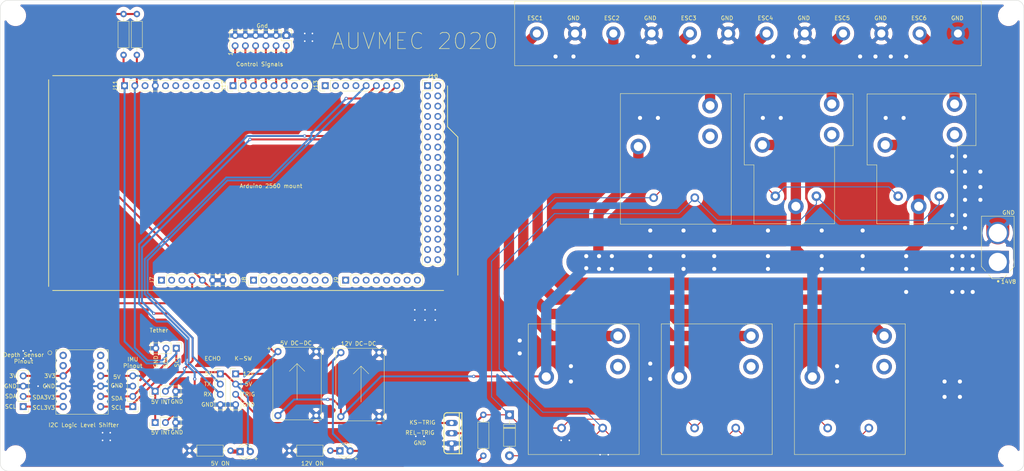
<source format=kicad_pcb>
(kicad_pcb (version 20171130) (host pcbnew "(5.1.7)-1")
  (layers (0 F.Cu signal) (31 B.Cu signal) (34 B.Paste user) (35 F.Paste user) (36 B.SilkS user) (37 F.SilkS user) (38 B.Mask user) (39 F.Mask user) (44 Edge.Cuts user))
  (net 0 "")
  (net 1 TRIG-REL)
  (net 2 GND-REL)
  (net 3 12V-REG)
  (net 4 5V-REG)
  (net 5 TRIG-KS)
  (net 6 GND)
  (net 7 PWR-ESC1)
  (net 8 PWR-ESC2)
  (net 9 PWR-ESC3)
  (net 10 PWR-ESC4)
  (net 11 PWR-ESC5)
  (net 12 PWR-ESC6)
  (net 13 SCL)
  (net 14 SDA)
  (net 15 3V3)
  (net 16 SDA-3V3)
  (net 17 SCL-3V3)
  (net 18 VCC)
  (net 19 CS1)
  (net 20 CS2)
  (net 21 CS3)
  (net 22 CS4)
  (net 23 CS5)
  (net 24 CS6)
  (net 25 "Net-(D2-Pad1)")
  (net 26 "Net-(D3-Pad1)")
  (net 27 TX_ECHO)
  (net 28 RX_ECHO)
  (net 29 INT_FLOW1)
  (net 30 INT_FLOW2)
  (module Connector_PinHeader_2.54mm:PinHeader_1x08_P2.54mm_Vertical (layer F.Cu) (at 121.285 117.729 90)
    (fp_text reference J7 (at 0 -2.33 90) (layer F.SilkS))
    (fp_text value Conn_01x08)
    (pad 8 thru_hole oval (at 0 17.78 90) (size 1.7 1.7) (drill 1) (layers *.Cu *.Mask))
    (pad 7 thru_hole oval (at 0 15.24 90) (size 1.7 1.7) (drill 1) (layers *.Cu *.Mask) (net 6 GND))
    (pad 6 thru_hole oval (at 0 12.7 90) (size 1.7 1.7) (drill 1) (layers *.Cu *.Mask) (net 6 GND))
    (pad 5 thru_hole oval (at 0 10.16 90) (size 1.7 1.7) (drill 1) (layers *.Cu *.Mask) (net 4 5V-REG))
    (pad 4 thru_hole oval (at 0 7.62 90) (size 1.7 1.7) (drill 1) (layers *.Cu *.Mask) (net 15 3V3))
    (pad 3 thru_hole oval (at 0 5.08 90) (size 1.7 1.7) (drill 1) (layers *.Cu *.Mask))
    (pad 2 thru_hole oval (at 0 2.54 90) (size 1.7 1.7) (drill 1) (layers *.Cu *.Mask))
    (pad 1 thru_hole rect (at 0 0 90) (size 1.7 1.7) (drill 1) (layers *.Cu *.Mask))
  )
  (module "AUVMEC2020:xcluma Mini360" (layer F.Cu) (at 154.94 143.383 90)
    (fp_text reference U2)
    (fp_text value Xcluma-Mini360-ADJ)
    (pad 2 thru_hole circle (at -7.94 4.75 90) (size 1.8 1.8) (drill 1) (layers *.Cu *.Mask) (net 6 GND))
    (pad 3 thru_hole circle (at 7.94 4.75 90) (size 1.8 1.8) (drill 1) (layers *.Cu *.Mask) (net 6 GND))
    (pad 4 thru_hole circle (at 7.94 -4.75 90) (size 1.8 1.8) (drill 1) (layers *.Cu *.Mask) (net 4 5V-REG))
    (pad 1 thru_hole circle (at -7.94 -4.75 90) (size 1.8 1.8) (drill 1) (layers *.Cu *.Mask) (net 18 VCC))
  )
  (module "AUVMEC2020:xcluma Mini360" (layer F.Cu) (at 170.561 143.637 90)
    (fp_text reference U1)
    (fp_text value Xcluma-Mini360-ADJ)
    (pad 2 thru_hole circle (at -7.94 4.75 90) (size 1.8 1.8) (drill 1) (layers *.Cu *.Mask) (net 6 GND))
    (pad 3 thru_hole circle (at 7.94 4.75 90) (size 1.8 1.8) (drill 1) (layers *.Cu *.Mask) (net 6 GND))
    (pad 4 thru_hole circle (at 7.94 -4.75 90) (size 1.8 1.8) (drill 1) (layers *.Cu *.Mask) (net 3 12V-REG))
    (pad 1 thru_hole circle (at -7.94 -4.75 90) (size 1.8 1.8) (drill 1) (layers *.Cu *.Mask) (net 18 VCC))
  )
  (module AUVMEC2020:I2C-LLS (layer F.Cu) (at 101.601 142.998 180)
    (fp_text reference PCB1)
    (fp_text value Logic-Level-Shifter)
    (pad 1 thru_hole circle (at -4.6 -6.1 180) (size 1.83 1.83) (drill 1.02) (layers *.Cu *.Mask) (net 13 SCL))
    (pad 2 thru_hole circle (at -4.6 -3.56 180) (size 1.83 1.83) (drill 1.02) (layers *.Cu *.Mask) (net 14 SDA))
    (pad 3 thru_hole circle (at -4.6 -1.02 180) (size 1.83 1.83) (drill 1.02) (layers *.Cu *.Mask) (net 6 GND))
    (pad 4 thru_hole circle (at -4.6 1.52 180) (size 1.83 1.83) (drill 1.02) (layers *.Cu *.Mask) (net 4 5V-REG))
    (pad 5 thru_hole circle (at -4.6 4.06 180) (size 1.83 1.83) (drill 1.02) (layers *.Cu *.Mask))
    (pad 6 thru_hole circle (at -4.6 6.6 180) (size 1.83 1.83) (drill 1.02) (layers *.Cu *.Mask))
    (pad 10 thru_hole circle (at 4.7 -1.02 180) (size 1.83 1.83) (drill 1.02) (layers *.Cu *.Mask) (net 6 GND))
    (pad 12 thru_hole circle (at 4.7 -6.1 180) (size 1.83 1.83) (drill 1.02) (layers *.Cu *.Mask) (net 17 SCL-3V3))
    (pad 11 thru_hole circle (at 4.7 -3.56 180) (size 1.83 1.83) (drill 1.02) (layers *.Cu *.Mask) (net 16 SDA-3V3))
    (pad 8 thru_hole circle (at 4.7 4.06 180) (size 1.83 1.83) (drill 1.02) (layers *.Cu *.Mask))
    (pad 7 thru_hole circle (at 4.7 6.6 180) (size 1.83 1.83) (drill 1.02) (layers *.Cu *.Mask))
    (pad 9 thru_hole circle (at 4.7 1.52 180) (size 1.83 1.83) (drill 1.02) (layers *.Cu *.Mask) (net 15 3V3))
  )
  (module "AUVMEC2020:JQX-15F(T90)" (layer F.Cu) (at 309.88 87.63)
    (fp_text reference K6)
    (fp_text value "JQX-15F(T90)")
    (pad 5 thru_hole circle (at -5.8 9.25) (size 2.375 2.375) (drill 1.25) (layers *.Cu *.Mask) (net 1 TRIG-REL))
    (pad 4 thru_hole circle (at 4.4 9.25) (size 2.375 2.375) (drill 1.25) (layers *.Cu *.Mask) (net 2 GND-REL))
    (pad 3 thru_hole circle (at -0.7 11.78) (size 3.875 3.875) (drill 2.25) (layers *.Cu *.Mask) (net 18 VCC))
    (pad 3 thru_hole circle (at -9 -3.46) (size 3.875 3.875) (drill 2.25) (layers *.Cu *.Mask) (net 18 VCC))
    (pad 2 thru_hole circle (at 8.2 -6) (size 3.875 3.875) (drill 2.25) (layers *.Cu *.Mask))
    (pad 1 thru_hole circle (at 8.2 -13.6) (size 3.875 3.875) (drill 2.25) (layers *.Cu *.Mask) (net 12 PWR-ESC6))
  )
  (module "AUVMEC2020:JQX-16F(T91)" (layer F.Cu) (at 292.1 144.78)
    (fp_text reference K2)
    (fp_text value "JQX-16F(T91)")
    (pad 5 thru_hole circle (at -5.5 9.64) (size 2.15 2.15) (drill 1.25) (layers *.Cu *.Mask) (net 1 TRIG-REL))
    (pad 4 thru_hole circle (at 4.7 9.64) (size 2.15 2.15) (drill 1.25) (layers *.Cu *.Mask) (net 2 GND-REL))
    (pad 3 thru_hole circle (at -9.3 -3.06) (size 3.875 3.875) (drill 2.25) (layers *.Cu *.Mask) (net 18 VCC))
    (pad 2 thru_hole circle (at 8.5 -5.6) (size 3.875 3.875) (drill 2.25) (layers *.Cu *.Mask))
    (pad 1 thru_hole circle (at 8.5 -13.2) (size 3.875 3.875) (drill 2.25) (layers *.Cu *.Mask) (net 9 PWR-ESC3))
  )
  (module AUVMEC2020:12PIN_CONN (layer F.Cu) (at 208.915 56.515)
    (fp_text reference J2)
    (fp_text value Conn_01x12)
    (pad 12 thru_hole circle (at 110 0) (size 3.5 3.5) (drill 2) (layers *.Cu *.Mask) (net 6 GND))
    (pad 11 thru_hole circle (at 100.5 0) (size 3.5 3.5) (drill 2) (layers *.Cu *.Mask) (net 12 PWR-ESC6))
    (pad 10 thru_hole circle (at 91 0) (size 3.5 3.5) (drill 2) (layers *.Cu *.Mask) (net 6 GND))
    (pad 9 thru_hole circle (at 81.5 0) (size 3.5 3.5) (drill 2) (layers *.Cu *.Mask) (net 11 PWR-ESC5))
    (pad 8 thru_hole circle (at 72 0) (size 3.5 3.5) (drill 2) (layers *.Cu *.Mask) (net 6 GND))
    (pad 7 thru_hole circle (at 62.5 0) (size 3.5 3.5) (drill 2) (layers *.Cu *.Mask) (net 10 PWR-ESC4))
    (pad 6 thru_hole circle (at 53 0) (size 3.5 3.5) (drill 2) (layers *.Cu *.Mask) (net 6 GND))
    (pad 5 thru_hole circle (at 43.5 0) (size 3.5 3.5) (drill 2) (layers *.Cu *.Mask) (net 9 PWR-ESC3))
    (pad 4 thru_hole circle (at 34 0) (size 3.5 3.5) (drill 2) (layers *.Cu *.Mask) (net 6 GND))
    (pad 3 thru_hole circle (at 24.5 0) (size 3.5 3.5) (drill 2) (layers *.Cu *.Mask) (net 8 PWR-ESC2))
    (pad 2 thru_hole circle (at 15 0) (size 3.5 3.5) (drill 2) (layers *.Cu *.Mask) (net 6 GND))
    (pad 1 thru_hole circle (at 5.5 0) (size 3.5 3.5) (drill 2) (layers *.Cu *.Mask) (net 7 PWR-ESC1))
  )
  (module Resistor_THT:R_Axial_DIN0207_L6.3mm_D2.5mm_P10.16mm_Horizontal (layer F.Cu) (at 153.035 160.02)
    (fp_text reference R5)
    (fp_text value 1K)
    (pad 2 thru_hole oval (at 10.16 0) (size 1.6 1.6) (drill 0.8) (layers *.Cu *.Mask) (net 26 "Net-(D3-Pad1)"))
    (pad 1 thru_hole circle (at 0 0) (size 1.6 1.6) (drill 0.8) (layers *.Cu *.Mask) (net 6 GND))
  )
  (module Resistor_THT:R_Axial_DIN0207_L6.3mm_D2.5mm_P10.16mm_Horizontal (layer F.Cu) (at 128.27 160.02)
    (fp_text reference R4)
    (fp_text value 1K)
    (pad 2 thru_hole oval (at 10.16 0) (size 1.6 1.6) (drill 0.8) (layers *.Cu *.Mask) (net 25 "Net-(D2-Pad1)"))
    (pad 1 thru_hole circle (at 0 0) (size 1.6 1.6) (drill 0.8) (layers *.Cu *.Mask) (net 6 GND))
  )
  (module Connector_PinHeader_2.54mm:PinHeader_1x04_P2.54mm_Vertical (layer F.Cu) (at 135.89 140.97)
    (fp_text reference J17)
    (fp_text value Conn_01x04)
    (pad 4 thru_hole oval (at 0 7.62) (size 1.7 1.7) (drill 1) (layers *.Cu *.Mask) (net 6 GND))
    (pad 3 thru_hole oval (at 0 5.08) (size 1.7 1.7) (drill 1) (layers *.Cu *.Mask) (net 28 RX_ECHO))
    (pad 2 thru_hole oval (at 0 2.54) (size 1.7 1.7) (drill 1) (layers *.Cu *.Mask) (net 27 TX_ECHO))
    (pad 1 thru_hole rect (at 0 0) (size 1.7 1.7) (drill 1) (layers *.Cu *.Mask) (net 4 5V-REG))
  )
  (module Connector_PinHeader_2.54mm:PinHeader_1x03_P2.54mm_Vertical (layer F.Cu) (at 119.7356 145.288 90)
    (fp_text reference J16)
    (fp_text value Conn_01x03)
    (pad 3 thru_hole oval (at 0 5.08 90) (size 1.7 1.7) (drill 1) (layers *.Cu *.Mask) (net 6 GND))
    (pad 2 thru_hole oval (at 0 2.54 90) (size 1.7 1.7) (drill 1) (layers *.Cu *.Mask) (net 30 INT_FLOW2))
    (pad 1 thru_hole rect (at 0 0 90) (size 1.7 1.7) (drill 1) (layers *.Cu *.Mask) (net 4 5V-REG))
  )
  (module Connector_PinHeader_2.54mm:PinHeader_1x03_P2.54mm_Vertical (layer F.Cu) (at 119.7356 153.0604 90)
    (fp_text reference J15)
    (fp_text value Conn_01x03)
    (pad 3 thru_hole oval (at 0 5.08 90) (size 1.7 1.7) (drill 1) (layers *.Cu *.Mask) (net 6 GND))
    (pad 2 thru_hole oval (at 0 2.54 90) (size 1.7 1.7) (drill 1) (layers *.Cu *.Mask) (net 29 INT_FLOW1))
    (pad 1 thru_hole rect (at 0 0 90) (size 1.7 1.7) (drill 1) (layers *.Cu *.Mask) (net 4 5V-REG))
  )
  (module Connector_PinHeader_2.54mm:PinHeader_1x03_P2.54mm_Vertical (layer F.Cu) (at 124.968 134.62 270)
    (fp_text reference J14)
    (fp_text value Conn_01x03)
    (pad 3 thru_hole oval (at 0 5.08 270) (size 1.7 1.7) (drill 1) (layers *.Cu *.Mask) (net 6 GND))
    (pad 2 thru_hole oval (at 0 2.54 270) (size 1.7 1.7) (drill 1) (layers *.Cu *.Mask) (net 14 SDA))
    (pad 1 thru_hole rect (at 0 0 270) (size 1.7 1.7) (drill 1) (layers *.Cu *.Mask) (net 13 SCL))
  )
  (module LED_THT:LED_D3.0mm (layer F.Cu) (at 165.566001 160.084001)
    (fp_text reference D3)
    (fp_text value LED)
    (pad 2 thru_hole circle (at 2.54 0) (size 1.8 1.8) (drill 0.9) (layers *.Cu *.Mask) (net 3 12V-REG))
    (pad 1 thru_hole rect (at 0 0) (size 1.8 1.8) (drill 0.9) (layers *.Cu *.Mask) (net 26 "Net-(D3-Pad1)"))
  )
  (module LED_THT:LED_D3.0mm (layer F.Cu) (at 140.801001 160.249001)
    (fp_text reference D2)
    (fp_text value LED)
    (pad 2 thru_hole circle (at 2.54 0) (size 1.8 1.8) (drill 0.9) (layers *.Cu *.Mask) (net 4 5V-REG))
    (pad 1 thru_hole rect (at 0 0) (size 1.8 1.8) (drill 0.9) (layers *.Cu *.Mask) (net 25 "Net-(D2-Pad1)"))
  )
  (module MountingHole:MountingHole_3.2mm_M3 (layer F.Cu) (at 331.47 161.29)
    (fp_text reference H4)
    (fp_text value MountingHole)
    (pad 1 np_thru_hole circle (at 0 0) (size 3.2 3.2) (drill 3.2) (layers *.Cu *.Mask))
  )
  (module MountingHole:MountingHole_3.2mm_M3 (layer F.Cu) (at 331.47 52.07)
    (fp_text reference H3)
    (fp_text value MountingHole)
    (pad 1 np_thru_hole circle (at 0 0) (size 3.2 3.2) (drill 3.2) (layers *.Cu *.Mask))
  )
  (module MountingHole:MountingHole_3.2mm_M3 (layer F.Cu) (at 85.09 161.29)
    (fp_text reference H2)
    (fp_text value MountingHole)
    (pad 1 np_thru_hole circle (at 0 0) (size 3.2 3.2) (drill 3.2) (layers *.Cu *.Mask))
  )
  (module MountingHole:MountingHole_3.2mm_M3 (layer F.Cu) (at 85.09 52.07)
    (fp_text reference H1)
    (fp_text value MountingHole)
    (pad 1 np_thru_hole circle (at 0 0) (size 3.2 3.2) (drill 3.2) (layers *.Cu *.Mask))
  )
  (module Diode_THT:D_DO-41_SOD81_P10.16mm_Horizontal (layer F.Cu) (at 207.645 151.13 270)
    (fp_text reference D1)
    (fp_text value 1N4007)
    (pad 2 thru_hole oval (at 10.16 0 270) (size 2.2 2.2) (drill 1.1) (layers *.Cu *.Mask) (net 2 GND-REL))
    (pad 1 thru_hole rect (at 0 0 270) (size 2.2 2.2) (drill 1.1) (layers *.Cu *.Mask) (net 1 TRIG-REL))
  )
  (module Connector_PinHeader_2.54mm:PinHeader_1x04_P2.54mm_Vertical (layer F.Cu) (at 139.7 140.97)
    (fp_text reference J1)
    (fp_text value Conn_01x04)
    (pad 4 thru_hole oval (at 0 7.62) (size 1.7 1.7) (drill 1) (layers *.Cu *.Mask) (net 6 GND))
    (pad 3 thru_hole oval (at 0 5.08) (size 1.7 1.7) (drill 1) (layers *.Cu *.Mask) (net 5 TRIG-KS))
    (pad 2 thru_hole oval (at 0 2.54) (size 1.7 1.7) (drill 1) (layers *.Cu *.Mask) (net 4 5V-REG))
    (pad 1 thru_hole rect (at 0 0) (size 1.7 1.7) (drill 1) (layers *.Cu *.Mask) (net 3 12V-REG))
  )
  (module "AUVMEC2020:JQX-16F(T91)" (layer F.Cu) (at 259.08 144.78)
    (fp_text reference K4)
    (fp_text value "JQX-16F(T91)")
    (pad 5 thru_hole circle (at -5.5 9.64) (size 2.15 2.15) (drill 1.25) (layers *.Cu *.Mask) (net 1 TRIG-REL))
    (pad 4 thru_hole circle (at 4.7 9.64) (size 2.15 2.15) (drill 1.25) (layers *.Cu *.Mask) (net 2 GND-REL))
    (pad 3 thru_hole circle (at -9.3 -3.06) (size 3.875 3.875) (drill 2.25) (layers *.Cu *.Mask) (net 18 VCC))
    (pad 2 thru_hole circle (at 8.5 -5.6) (size 3.875 3.875) (drill 2.25) (layers *.Cu *.Mask))
    (pad 1 thru_hole circle (at 8.5 -13.2) (size 3.875 3.875) (drill 2.25) (layers *.Cu *.Mask) (net 8 PWR-ESC2))
  )
  (module "AUVMEC2020:JQX-16F(T91)" (layer F.Cu) (at 248.92 87.63)
    (fp_text reference K5)
    (fp_text value "JQX-16F(T91)")
    (pad 5 thru_hole circle (at -5.5 9.64) (size 2.15 2.15) (drill 1.25) (layers *.Cu *.Mask) (net 1 TRIG-REL))
    (pad 4 thru_hole circle (at 4.7 9.64) (size 2.15 2.15) (drill 1.25) (layers *.Cu *.Mask) (net 2 GND-REL))
    (pad 3 thru_hole circle (at -9.3 -3.06) (size 3.875 3.875) (drill 2.25) (layers *.Cu *.Mask) (net 18 VCC))
    (pad 2 thru_hole circle (at 8.5 -5.6) (size 3.875 3.875) (drill 2.25) (layers *.Cu *.Mask))
    (pad 1 thru_hole circle (at 8.5 -13.2) (size 3.875 3.875) (drill 2.25) (layers *.Cu *.Mask) (net 10 PWR-ESC4))
  )
  (module "AUVMEC2020:JQX-15F(T90)" (layer F.Cu) (at 279.4 87.63)
    (fp_text reference K3)
    (fp_text value "JQX-15F(T90)")
    (pad 5 thru_hole circle (at -5.8 9.25) (size 2.375 2.375) (drill 1.25) (layers *.Cu *.Mask) (net 1 TRIG-REL))
    (pad 4 thru_hole circle (at 4.4 9.25) (size 2.375 2.375) (drill 1.25) (layers *.Cu *.Mask) (net 2 GND-REL))
    (pad 3 thru_hole circle (at -0.7 11.78) (size 3.875 3.875) (drill 2.25) (layers *.Cu *.Mask) (net 18 VCC))
    (pad 3 thru_hole circle (at -9 -3.46) (size 3.875 3.875) (drill 2.25) (layers *.Cu *.Mask) (net 18 VCC))
    (pad 2 thru_hole circle (at 8.2 -6) (size 3.875 3.875) (drill 2.25) (layers *.Cu *.Mask))
    (pad 1 thru_hole circle (at 8.2 -13.6) (size 3.875 3.875) (drill 2.25) (layers *.Cu *.Mask) (net 11 PWR-ESC5))
  )
  (module "AUVMEC2020:JQX-16F(T91)" (layer F.Cu) (at 226.06 144.78)
    (fp_text reference K1)
    (fp_text value "JQX-16F(T91)")
    (pad 5 thru_hole circle (at -5.5 9.64) (size 2.15 2.15) (drill 1.25) (layers *.Cu *.Mask) (net 1 TRIG-REL))
    (pad 4 thru_hole circle (at 4.7 9.64) (size 2.15 2.15) (drill 1.25) (layers *.Cu *.Mask) (net 2 GND-REL))
    (pad 3 thru_hole circle (at -9.3 -3.06) (size 3.875 3.875) (drill 2.25) (layers *.Cu *.Mask) (net 18 VCC))
    (pad 2 thru_hole circle (at 8.5 -5.6) (size 3.875 3.875) (drill 2.25) (layers *.Cu *.Mask))
    (pad 1 thru_hole circle (at 8.5 -13.2) (size 3.875 3.875) (drill 2.25) (layers *.Cu *.Mask) (net 7 PWR-ESC1))
  )
  (module Connector_PinHeader_2.54mm:PinHeader_1x04_P2.54mm_Vertical (layer F.Cu) (at 114.173 149.098 180)
    (fp_text reference J3)
    (fp_text value Conn_01x04)
    (pad 1 thru_hole rect (at 0 0 180) (size 1.7 1.7) (drill 1) (layers *.Cu *.Mask) (net 13 SCL))
    (pad 2 thru_hole oval (at 0 2.54 180) (size 1.7 1.7) (drill 1) (layers *.Cu *.Mask) (net 14 SDA))
    (pad 3 thru_hole oval (at 0 5.08 180) (size 1.7 1.7) (drill 1) (layers *.Cu *.Mask) (net 6 GND))
    (pad 4 thru_hole oval (at 0 7.62 180) (size 1.7 1.7) (drill 1) (layers *.Cu *.Mask) (net 4 5V-REG))
  )
  (module Connector_PinHeader_2.54mm:PinHeader_1x04_P2.54mm_Vertical (layer F.Cu) (at 86.995 149.098 180)
    (fp_text reference J4)
    (fp_text value Conn_01x04)
    (pad 4 thru_hole oval (at 0 7.62 180) (size 1.7 1.7) (drill 1) (layers *.Cu *.Mask) (net 15 3V3))
    (pad 3 thru_hole oval (at 0 5.08 180) (size 1.7 1.7) (drill 1) (layers *.Cu *.Mask) (net 6 GND))
    (pad 2 thru_hole oval (at 0 2.54 180) (size 1.7 1.7) (drill 1) (layers *.Cu *.Mask) (net 16 SDA-3V3))
    (pad 1 thru_hole rect (at 0 0 180) (size 1.7 1.7) (drill 1) (layers *.Cu *.Mask) (net 17 SCL-3V3))
  )
  (module AUVMEC2020:AMASS_XT60-M (layer F.Cu) (at 328.803 109.601 90)
    (fp_text reference J5)
    (fp_text value XT-60)
    (pad 1 thru_hole rect (at -3.6 0 90) (size 5.516 5.516) (drill 4.5) (layers *.Cu *.Mask) (net 18 VCC))
    (pad 2 thru_hole circle (at 3.6 0 90) (size 5.516 5.516) (drill 4.5) (layers *.Cu *.Mask) (net 6 GND))
  )
  (module Connector_PinHeader_2.54mm:PinHeader_2x06_P2.54mm_Vertical (layer F.Cu) (at 152.273 57.023 270)
    (fp_text reference J6)
    (fp_text value Conn_02x06_Counter_Clockwise)
    (pad 1 thru_hole rect (at 0 0 270) (size 1.7 1.7) (drill 1) (layers *.Cu *.Mask) (net 6 GND))
    (pad 2 thru_hole oval (at 2.54 0 270) (size 1.7 1.7) (drill 1) (layers *.Cu *.Mask) (net 19 CS1))
    (pad 3 thru_hole oval (at 0 2.54 270) (size 1.7 1.7) (drill 1) (layers *.Cu *.Mask) (net 6 GND))
    (pad 4 thru_hole oval (at 2.54 2.54 270) (size 1.7 1.7) (drill 1) (layers *.Cu *.Mask) (net 20 CS2))
    (pad 5 thru_hole oval (at 0 5.08 270) (size 1.7 1.7) (drill 1) (layers *.Cu *.Mask) (net 6 GND))
    (pad 6 thru_hole oval (at 2.54 5.08 270) (size 1.7 1.7) (drill 1) (layers *.Cu *.Mask) (net 21 CS3))
    (pad 7 thru_hole oval (at 0 7.62 270) (size 1.7 1.7) (drill 1) (layers *.Cu *.Mask) (net 6 GND))
    (pad 8 thru_hole oval (at 2.54 7.62 270) (size 1.7 1.7) (drill 1) (layers *.Cu *.Mask) (net 22 CS4))
    (pad 9 thru_hole oval (at 0 10.16 270) (size 1.7 1.7) (drill 1) (layers *.Cu *.Mask) (net 6 GND))
    (pad 10 thru_hole oval (at 2.54 10.16 270) (size 1.7 1.7) (drill 1) (layers *.Cu *.Mask) (net 23 CS5))
    (pad 11 thru_hole oval (at 0 12.7 270) (size 1.7 1.7) (drill 1) (layers *.Cu *.Mask) (net 6 GND))
    (pad 12 thru_hole oval (at 2.54 12.7 270) (size 1.7 1.7) (drill 1) (layers *.Cu *.Mask) (net 24 CS6))
  )
  (module Connector_PinHeader_2.54mm:PinHeader_1x08_P2.54mm_Vertical (layer F.Cu) (at 144.145 117.729 90)
    (fp_text reference J8 (at 0 -2.33 90) (layer F.SilkS))
    (fp_text value Conn_01x08)
    (pad 1 thru_hole rect (at 0 0 90) (size 1.7 1.7) (drill 1) (layers *.Cu *.Mask))
    (pad 2 thru_hole oval (at 0 2.54 90) (size 1.7 1.7) (drill 1) (layers *.Cu *.Mask))
    (pad 3 thru_hole oval (at 0 5.08 90) (size 1.7 1.7) (drill 1) (layers *.Cu *.Mask))
    (pad 4 thru_hole oval (at 0 7.62 90) (size 1.7 1.7) (drill 1) (layers *.Cu *.Mask))
    (pad 5 thru_hole oval (at 0 10.16 90) (size 1.7 1.7) (drill 1) (layers *.Cu *.Mask))
    (pad 6 thru_hole oval (at 0 12.7 90) (size 1.7 1.7) (drill 1) (layers *.Cu *.Mask))
    (pad 7 thru_hole oval (at 0 15.24 90) (size 1.7 1.7) (drill 1) (layers *.Cu *.Mask))
    (pad 8 thru_hole oval (at 0 17.78 90) (size 1.7 1.7) (drill 1) (layers *.Cu *.Mask))
  )
  (module Connector_PinHeader_2.54mm:PinHeader_1x08_P2.54mm_Vertical (layer F.Cu) (at 167.005 117.729 90)
    (fp_text reference J9 (at 0 -2.33 90) (layer F.SilkS))
    (fp_text value Conn_01x08)
    (pad 8 thru_hole oval (at 0 17.78 90) (size 1.7 1.7) (drill 1) (layers *.Cu *.Mask))
    (pad 7 thru_hole oval (at 0 15.24 90) (size 1.7 1.7) (drill 1) (layers *.Cu *.Mask))
    (pad 6 thru_hole oval (at 0 12.7 90) (size 1.7 1.7) (drill 1) (layers *.Cu *.Mask))
    (pad 5 thru_hole oval (at 0 10.16 90) (size 1.7 1.7) (drill 1) (layers *.Cu *.Mask))
    (pad 4 thru_hole oval (at 0 7.62 90) (size 1.7 1.7) (drill 1) (layers *.Cu *.Mask))
    (pad 3 thru_hole oval (at 0 5.08 90) (size 1.7 1.7) (drill 1) (layers *.Cu *.Mask))
    (pad 2 thru_hole oval (at 0 2.54 90) (size 1.7 1.7) (drill 1) (layers *.Cu *.Mask))
    (pad 1 thru_hole rect (at 0 0 90) (size 1.7 1.7) (drill 1) (layers *.Cu *.Mask))
  )
  (module Connector_PinHeader_2.54mm:PinHeader_2x18_P2.54mm_Vertical (layer F.Cu) (at 187.325 69.469)
    (fp_text reference J10 (at 1.27 -2.33) (layer F.SilkS))
    (fp_text value Conn_02x18_Counter_Clockwise)
    (pad 1 thru_hole rect (at 0 0) (size 1.7 1.7) (drill 1) (layers *.Cu *.Mask))
    (pad 2 thru_hole oval (at 2.54 0) (size 1.7 1.7) (drill 1) (layers *.Cu *.Mask))
    (pad 3 thru_hole oval (at 0 2.54) (size 1.7 1.7) (drill 1) (layers *.Cu *.Mask))
    (pad 4 thru_hole oval (at 2.54 2.54) (size 1.7 1.7) (drill 1) (layers *.Cu *.Mask))
    (pad 5 thru_hole oval (at 0 5.08) (size 1.7 1.7) (drill 1) (layers *.Cu *.Mask))
    (pad 6 thru_hole oval (at 2.54 5.08) (size 1.7 1.7) (drill 1) (layers *.Cu *.Mask))
    (pad 7 thru_hole oval (at 0 7.62) (size 1.7 1.7) (drill 1) (layers *.Cu *.Mask))
    (pad 8 thru_hole oval (at 2.54 7.62) (size 1.7 1.7) (drill 1) (layers *.Cu *.Mask))
    (pad 9 thru_hole oval (at 0 10.16) (size 1.7 1.7) (drill 1) (layers *.Cu *.Mask))
    (pad 10 thru_hole oval (at 2.54 10.16) (size 1.7 1.7) (drill 1) (layers *.Cu *.Mask))
    (pad 11 thru_hole oval (at 0 12.7) (size 1.7 1.7) (drill 1) (layers *.Cu *.Mask))
    (pad 12 thru_hole oval (at 2.54 12.7) (size 1.7 1.7) (drill 1) (layers *.Cu *.Mask))
    (pad 13 thru_hole oval (at 0 15.24) (size 1.7 1.7) (drill 1) (layers *.Cu *.Mask))
    (pad 14 thru_hole oval (at 2.54 15.24) (size 1.7 1.7) (drill 1) (layers *.Cu *.Mask))
    (pad 15 thru_hole oval (at 0 17.78) (size 1.7 1.7) (drill 1) (layers *.Cu *.Mask))
    (pad 16 thru_hole oval (at 2.54 17.78) (size 1.7 1.7) (drill 1) (layers *.Cu *.Mask))
    (pad 17 thru_hole oval (at 0 20.32) (size 1.7 1.7) (drill 1) (layers *.Cu *.Mask))
    (pad 18 thru_hole oval (at 2.54 20.32) (size 1.7 1.7) (drill 1) (layers *.Cu *.Mask))
    (pad 19 thru_hole oval (at 0 22.86) (size 1.7 1.7) (drill 1) (layers *.Cu *.Mask))
    (pad 20 thru_hole oval (at 2.54 22.86) (size 1.7 1.7) (drill 1) (layers *.Cu *.Mask))
    (pad 21 thru_hole oval (at 0 25.4) (size 1.7 1.7) (drill 1) (layers *.Cu *.Mask))
    (pad 22 thru_hole oval (at 2.54 25.4) (size 1.7 1.7) (drill 1) (layers *.Cu *.Mask))
    (pad 23 thru_hole oval (at 0 27.94) (size 1.7 1.7) (drill 1) (layers *.Cu *.Mask))
    (pad 24 thru_hole oval (at 2.54 27.94) (size 1.7 1.7) (drill 1) (layers *.Cu *.Mask))
    (pad 25 thru_hole oval (at 0 30.48) (size 1.7 1.7) (drill 1) (layers *.Cu *.Mask))
    (pad 26 thru_hole oval (at 2.54 30.48) (size 1.7 1.7) (drill 1) (layers *.Cu *.Mask))
    (pad 27 thru_hole oval (at 0 33.02) (size 1.7 1.7) (drill 1) (layers *.Cu *.Mask))
    (pad 28 thru_hole oval (at 2.54 33.02) (size 1.7 1.7) (drill 1) (layers *.Cu *.Mask))
    (pad 29 thru_hole oval (at 0 35.56) (size 1.7 1.7) (drill 1) (layers *.Cu *.Mask))
    (pad 30 thru_hole oval (at 2.54 35.56) (size 1.7 1.7) (drill 1) (layers *.Cu *.Mask))
    (pad 31 thru_hole oval (at 0 38.1) (size 1.7 1.7) (drill 1) (layers *.Cu *.Mask))
    (pad 32 thru_hole oval (at 2.54 38.1) (size 1.7 1.7) (drill 1) (layers *.Cu *.Mask))
    (pad 33 thru_hole oval (at 0 40.64) (size 1.7 1.7) (drill 1) (layers *.Cu *.Mask))
    (pad 34 thru_hole oval (at 2.54 40.64) (size 1.7 1.7) (drill 1) (layers *.Cu *.Mask))
    (pad 35 thru_hole oval (at 0 43.18) (size 1.7 1.7) (drill 1) (layers *.Cu *.Mask))
    (pad 36 thru_hole oval (at 2.54 43.18) (size 1.7 1.7) (drill 1) (layers *.Cu *.Mask))
  )
  (module Connector_PinHeader_2.54mm:PinHeader_1x10_P2.54mm_Vertical (layer F.Cu) (at 112.141 69.469 90)
    (fp_text reference J11 (at 0 -2.33 90) (layer F.SilkS))
    (fp_text value Conn_01x10)
    (pad 10 thru_hole oval (at 0 22.86 90) (size 1.7 1.7) (drill 1) (layers *.Cu *.Mask))
    (pad 9 thru_hole oval (at 0 20.32 90) (size 1.7 1.7) (drill 1) (layers *.Cu *.Mask))
    (pad 8 thru_hole oval (at 0 17.78 90) (size 1.7 1.7) (drill 1) (layers *.Cu *.Mask))
    (pad 7 thru_hole oval (at 0 15.24 90) (size 1.7 1.7) (drill 1) (layers *.Cu *.Mask))
    (pad 6 thru_hole oval (at 0 12.7 90) (size 1.7 1.7) (drill 1) (layers *.Cu *.Mask))
    (pad 5 thru_hole oval (at 0 10.16 90) (size 1.7 1.7) (drill 1) (layers *.Cu *.Mask))
    (pad 4 thru_hole oval (at 0 7.62 90) (size 1.7 1.7) (drill 1) (layers *.Cu *.Mask) (net 6 GND))
    (pad 3 thru_hole oval (at 0 5.08 90) (size 1.7 1.7) (drill 1) (layers *.Cu *.Mask))
    (pad 2 thru_hole oval (at 0 2.54 90) (size 1.7 1.7) (drill 1) (layers *.Cu *.Mask) (net 14 SDA))
    (pad 1 thru_hole rect (at 0 0 90) (size 1.7 1.7) (drill 1) (layers *.Cu *.Mask) (net 13 SCL))
  )
  (module Connector_PinHeader_2.54mm:PinHeader_1x08_P2.54mm_Vertical (layer F.Cu) (at 139.065 69.469 90)
    (fp_text reference J12 (at 0 -2.33 90) (layer F.SilkS))
    (fp_text value Conn_01x08)
    (pad 1 thru_hole rect (at 0 0 90) (size 1.7 1.7) (drill 1) (layers *.Cu *.Mask) (net 24 CS6))
    (pad 2 thru_hole oval (at 0 2.54 90) (size 1.7 1.7) (drill 1) (layers *.Cu *.Mask) (net 23 CS5))
    (pad 3 thru_hole oval (at 0 5.08 90) (size 1.7 1.7) (drill 1) (layers *.Cu *.Mask) (net 22 CS4))
    (pad 4 thru_hole oval (at 0 7.62 90) (size 1.7 1.7) (drill 1) (layers *.Cu *.Mask) (net 21 CS3))
    (pad 5 thru_hole oval (at 0 10.16 90) (size 1.7 1.7) (drill 1) (layers *.Cu *.Mask) (net 20 CS2))
    (pad 6 thru_hole oval (at 0 12.7 90) (size 1.7 1.7) (drill 1) (layers *.Cu *.Mask) (net 19 CS1))
    (pad 7 thru_hole oval (at 0 15.24 90) (size 1.7 1.7) (drill 1) (layers *.Cu *.Mask))
    (pad 8 thru_hole oval (at 0 17.78 90) (size 1.7 1.7) (drill 1) (layers *.Cu *.Mask))
  )
  (module Connector_PinHeader_2.54mm:PinHeader_1x08_P2.54mm_Vertical (layer F.Cu) (at 161.925 69.469 90)
    (fp_text reference J13 (at 0 -2.33 90) (layer F.SilkS))
    (fp_text value Conn_01x08)
    (pad 8 thru_hole oval (at 0 17.78 90) (size 1.7 1.7) (drill 1) (layers *.Cu *.Mask) (net 30 INT_FLOW2))
    (pad 7 thru_hole oval (at 0 15.24 90) (size 1.7 1.7) (drill 1) (layers *.Cu *.Mask) (net 29 INT_FLOW1))
    (pad 6 thru_hole oval (at 0 12.7 90) (size 1.7 1.7) (drill 1) (layers *.Cu *.Mask) (net 28 RX_ECHO))
    (pad 5 thru_hole oval (at 0 10.16 90) (size 1.7 1.7) (drill 1) (layers *.Cu *.Mask) (net 27 TX_ECHO))
    (pad 4 thru_hole oval (at 0 7.62 90) (size 1.7 1.7) (drill 1) (layers *.Cu *.Mask))
    (pad 3 thru_hole oval (at 0 5.08 90) (size 1.7 1.7) (drill 1) (layers *.Cu *.Mask))
    (pad 2 thru_hole oval (at 0 2.54 90) (size 1.7 1.7) (drill 1) (layers *.Cu *.Mask))
    (pad 1 thru_hole rect (at 0 0 90) (size 1.7 1.7) (drill 1) (layers *.Cu *.Mask))
  )
  (module Resistor_THT:R_Axial_DIN0207_L6.3mm_D2.5mm_P10.16mm_Horizontal (layer F.Cu) (at 201.168 161.29 90)
    (fp_text reference R1)
    (fp_text value 10K)
    (pad 2 thru_hole oval (at 10.16 0 90) (size 1.6 1.6) (drill 0.8) (layers *.Cu *.Mask) (net 1 TRIG-REL))
    (pad 1 thru_hole circle (at 0 0 90) (size 1.6 1.6) (drill 0.8) (layers *.Cu *.Mask) (net 3 12V-REG))
  )
  (module Resistor_THT:R_Axial_DIN0207_L6.3mm_D2.5mm_P10.16mm_Horizontal (layer F.Cu) (at 111.887 51.689 270)
    (fp_text reference R2)
    (fp_text value 4K7)
    (pad 1 thru_hole circle (at 0 0 270) (size 1.6 1.6) (drill 0.8) (layers *.Cu *.Mask) (net 4 5V-REG))
    (pad 2 thru_hole oval (at 10.16 0 270) (size 1.6 1.6) (drill 0.8) (layers *.Cu *.Mask) (net 13 SCL))
  )
  (module Resistor_THT:R_Axial_DIN0207_L6.3mm_D2.5mm_P10.16mm_Horizontal (layer F.Cu) (at 115.189 51.689 270)
    (fp_text reference R3)
    (fp_text value 4K7)
    (pad 1 thru_hole circle (at 0 0 270) (size 1.6 1.6) (drill 0.8) (layers *.Cu *.Mask) (net 4 5V-REG))
    (pad 2 thru_hole oval (at 10.16 0 270) (size 1.6 1.6) (drill 0.8) (layers *.Cu *.Mask) (net 14 SDA))
  )
  (module AUVMEC2020:TO-220 (layer F.Cu) (at 193.294 155.702 270)
    (fp_text reference U3)
    (fp_text value IRFZ44)
    (pad 3 thru_hole oval (at 2.54 0 270) (size 1.508 3.016) (drill 1) (layers *.Cu *.Mask) (net 6 GND))
    (pad 2 thru_hole oval (at 0 0 270) (size 1.508 3.016) (drill 1) (layers *.Cu *.Mask) (net 1 TRIG-REL))
    (pad 1 thru_hole oval (at -2.54 0 270) (size 1.508 3.016) (drill 1) (layers *.Cu *.Mask) (net 5 TRIG-KS))
  )
  (gr_text "Arduino 2560 mount" (at 148.463 94.361) (layer F.SilkS) (effects (font (size 1 1))))
  (gr_text "AUVMEC 2020" (at 184.15 58.42) (layer F.SilkS) (effects (font (size 4 4))))
  (gr_text "12V ON" (at 158.75 163.195) (layer F.SilkS) (effects (font (size 1 1))))
  (gr_text "5V ON" (at 135.89 163.195) (layer F.SilkS) (effects (font (size 1 1))))
  (gr_text ECHO (at 133.985 137.16) (layer F.SilkS) (effects (font (size 1 1))))
  (gr_text K-SW (at 141.605 137.16) (layer F.SilkS) (effects (font (size 1 1))))
  (gr_text GND (at 185.42 158.115) (layer F.SilkS) (effects (font (size 1 1))))
  (gr_text REL-TRIG (at 185.42 155.575) (layer F.SilkS) (effects (font (size 1 1))))
  (gr_text KS-TRIG (at 186.055 153.035) (layer F.SilkS) (effects (font (size 1 1))))
  (gr_text + (at 163.83 134.62) (layer F.SilkS) (effects (font (size 1 1))))
  (gr_text + (at 147.955 134.62) (layer F.SilkS) (effects (font (size 1 1))))
  (gr_text + (at 169.545 161.925) (layer F.SilkS) (effects (font (size 1 1))))
  (gr_text + (at 144.78 161.925) (layer F.SilkS) (effects (font (size 1 1))))
  (gr_text GND (at 142.875 148.59) (layer F.SilkS) (effects (font (size 1 1))))
  (gr_text TRIG (at 142.875 146.05) (layer F.SilkS) (effects (font (size 1 1))))
  (gr_text 5V (at 142.875 143.51) (layer F.SilkS) (effects (font (size 1 1))))
  (gr_text 12V (at 142.875 140.97) (layer F.SilkS) (effects (font (size 1 1))))
  (gr_text GND (at 132.715 148.59) (layer F.SilkS) (effects (font (size 1 1))))
  (gr_text RX (at 132.715 146.05) (layer F.SilkS) (effects (font (size 1 1))))
  (gr_text TX (at 132.715 143.51) (layer F.SilkS) (effects (font (size 1 1))))
  (gr_text 5V (at 132.969 140.9192) (layer F.SilkS) (effects (font (size 1 1))))
  (gr_text 5V (at 119.634 155.5242) (layer F.SilkS) (effects (font (size 1 1))))
  (gr_text GND (at 125.1204 155.4734) (layer F.SilkS) (effects (font (size 1 1))))
  (gr_text INT (at 122.301 155.5242) (layer F.SilkS) (effects (font (size 1 1))))
  (gr_text GND (at 125.1204 147.8534) (layer F.SilkS) (effects (font (size 1 1))))
  (gr_text INT (at 122.301 147.9042) (layer F.SilkS) (effects (font (size 1 1))))
  (gr_text 5V (at 119.634 147.9042) (layer F.SilkS) (effects (font (size 1 1))))
  (gr_text GND (at 119.9134 137.9474 90) (layer F.SilkS) (effects (font (size 1 1))))
  (gr_text SCL (at 125.1458 137.9474 90) (layer F.SilkS) (effects (font (size 1 1))))
  (gr_text SDA (at 122.4026 138.1252 90) (layer F.SilkS) (effects (font (size 1 1))))
  (gr_text Tether (at 120.65 130.175) (layer F.SilkS) (effects (font (size 1 1))))
  (gr_text SCL3V3 (at 92.075 149.352) (layer F.SilkS) (effects (font (size 1 1))))
  (gr_text GND (at 93.345 144.018) (layer F.SilkS) (effects (font (size 1 1))))
  (gr_text 3V3 (at 93.599 141.478) (layer F.SilkS) (effects (font (size 1 1))))
  (gr_text SDA3V3 (at 92.075 146.812) (layer F.SilkS) (effects (font (size 1 1))))
  (gr_text GND (at 331.47 100.965) (layer F.SilkS) (effects (font (size 1 1))))
  (gr_text 14V8 (at 331.47 118.11) (layer F.SilkS) (effects (font (size 1 1))))
  (gr_text 1 (at 138.43 61.595 90) (layer F.SilkS) (effects (font (size 1 1) (thickness 0.15) italic)))
  (gr_text GND (at 318.77 52.705) (layer F.SilkS) (effects (font (size 1 1))))
  (gr_text ESC6 (at 309.245 52.705) (layer F.SilkS) (effects (font (size 1 1))))
  (gr_text GND (at 299.72 52.705) (layer F.SilkS) (effects (font (size 1 1))))
  (gr_text ESC5 (at 290.195 52.705) (layer F.SilkS) (effects (font (size 1 1))))
  (gr_text GND (at 280.67 52.705) (layer F.SilkS) (effects (font (size 1 1))))
  (gr_text ESC4 (at 271.145 52.705) (layer F.SilkS) (effects (font (size 1 1))))
  (gr_text GND (at 261.62 52.705) (layer F.SilkS) (effects (font (size 1 1))))
  (gr_text ESC3 (at 252.095 52.705) (layer F.SilkS) (effects (font (size 1 1))))
  (gr_text GND (at 242.57 52.705) (layer F.SilkS) (effects (font (size 1 1))))
  (gr_text ESC2 (at 233.045 52.705) (layer F.SilkS) (effects (font (size 1 1))))
  (gr_text GND (at 223.52 52.705) (layer F.SilkS) (effects (font (size 1 1))))
  (gr_text ESC1 (at 213.995 52.705) (layer F.SilkS) (effects (font (size 1 1))))
  (gr_line (start 170.815 139.065) (end 172.72 140.97) (layer F.SilkS) (width 0.12))
  (gr_line (start 170.815 139.065) (end 168.91 140.97) (layer F.SilkS) (width 0.12))
  (gr_line (start 170.815 147.955) (end 170.815 139.065) (layer F.SilkS) (width 0.12))
  (gr_line (start 154.94 138.43) (end 156.845 140.335) (layer F.SilkS) (width 0.12))
  (gr_line (start 154.94 138.43) (end 153.035 140.335) (layer F.SilkS) (width 0.12))
  (gr_line (start 154.94 147.32) (end 154.94 138.43) (layer F.SilkS) (width 0.12))
  (gr_text SCL (at 83.85556 149.08784) (layer F.SilkS) (effects (font (size 1 1))))
  (gr_text SDA (at 83.8962 146.52244) (layer F.SilkS) (effects (font (size 1 1))))
  (gr_text GND (at 83.81492 144.01292) (layer F.SilkS) (effects (font (size 1 1))))
  (gr_text 3V (at 84.455 141.478) (layer F.SilkS) (effects (font (size 1 1))))
  (gr_text 5V (at 110.236 141.732) (layer F.SilkS) (effects (font (size 1 1))))
  (gr_text GND (at 110.236 143.891) (layer F.SilkS) (effects (font (size 1 1))))
  (gr_text SDA (at 110.236 147.066) (layer F.SilkS) (effects (font (size 1 1))))
  (gr_text SCL (at 110.236 149.352) (layer F.SilkS) (effects (font (size 1 1))))
  (gr_text Gnd (at 146.304 54.61) (layer F.SilkS) (effects (font (size 1 1))))
  (gr_text "Control Signals\n" (at 145.669 64.135) (layer F.SilkS) (effects (font (size 1 1))))
  (gr_text "5V DC-DC\n" (at 154.686 133.35) (layer F.SilkS) (effects (font (size 1 1))))
  (gr_text "12V DC-DC\n" (at 170.18 133.477) (layer F.SilkS) (effects (font (size 1 1))))
  (gr_text "IMU\nPinout" (at 114.173 138.176) (layer F.SilkS) (effects (font (size 1 1))))
  (gr_text "Depth Sensor\nPinout" (at 87.07628 137.06348) (layer F.SilkS) (effects (font (size 1 1))))
  (gr_text "I2C Logic Level Shifter" (at 101.981 153.67) (layer F.SilkS) (effects (font (size 1 1))))
  (gr_circle (center 93.601 135.746) (end 93.601 136.246) (layer F.SilkS) (width 0.12))
  (gr_arc (start 333.248 163.068) (end 333.248 165.1) (angle -90) (layer Edge.Cuts) (width 0.1))
  (gr_arc (start 333.248 50.292) (end 335.28 50.292) (angle -90) (layer Edge.Cuts) (width 0.1))
  (gr_arc (start 83.312 50.292) (end 83.312 48.26) (angle -90) (layer Edge.Cuts) (width 0.1))
  (gr_arc (start 83.312 163.068) (end 81.28 163.068) (angle -90) (layer Edge.Cuts) (width 0.1))
  (gr_line (start 335.28 50.292) (end 335.28 163.068) (layer Edge.Cuts) (width 0.1))
  (gr_line (start 83.312 48.26) (end 333.248 48.26) (layer Edge.Cuts) (width 0.1))
  (gr_line (start 81.28 163.068) (end 81.28 50.292) (layer Edge.Cuts) (width 0.1))
  (gr_line (start 333.248 165.1) (end 83.312 165.1) (layer Edge.Cuts) (width 0.1))
  (gr_line (start 93.303031 119.286911) (end 93.303031 67.997034) (layer F.SilkS) (width 0.2))
  (gr_line (start 94.297513 66.981393) (end 189.74662 66.981393) (layer F.SilkS) (width 0.2))
  (gr_line (start 192.285722 69.520496) (end 192.285722 79.676907) (layer F.SilkS) (width 0.2))
  (gr_line (start 192.285722 79.676907) (end 194.824825 82.21601) (layer F.SilkS) (width 0.2))
  (gr_line (start 191.291241 120.281393) (end 94.297513 120.281393) (layer F.SilkS) (width 0.2))
  (gr_line (start 194.824825 82.21601) (end 194.824825 116.472739) (layer F.SilkS) (width 0.2))
  (segment (start 196.596 155.702) (end 201.168 151.13) (width 0.5) (layer F.Cu) (net 1))
  (segment (start 193.294 155.702) (end 196.596 155.702) (width 0.5) (layer F.Cu) (net 1))
  (segment (start 255.780001 152.219999) (end 253.58 154.42) (width 0.25) (layer F.Cu) (net 1))
  (segment (start 284.399999 152.219999) (end 255.780001 152.219999) (width 0.25) (layer F.Cu) (net 1))
  (segment (start 286.6 154.42) (end 284.399999 152.219999) (width 0.25) (layer F.Cu) (net 1))
  (segment (start 222.760001 152.219999) (end 220.56 154.42) (width 0.25) (layer F.Cu) (net 1))
  (segment (start 251.379999 152.219999) (end 222.760001 152.219999) (width 0.25) (layer F.Cu) (net 1))
  (segment (start 253.58 154.42) (end 251.379999 152.219999) (width 0.25) (layer F.Cu) (net 1))
  (segment (start 207.645 151.13) (end 201.168 151.13) (width 0.25) (layer F.Cu) (net 1))
  (segment (start 210.935 154.42) (end 207.645 151.13) (width 0.25) (layer F.Cu) (net 1))
  (segment (start 220.56 154.42) (end 210.935 154.42) (width 0.25) (layer F.Cu) (net 1))
  (segment (start 271.789999 95.069999) (end 273.6 96.88) (width 0.25) (layer F.Cu) (net 1))
  (segment (start 245.620001 95.069999) (end 271.789999 95.069999) (width 0.25) (layer F.Cu) (net 1))
  (segment (start 243.42 97.27) (end 245.620001 95.069999) (width 0.25) (layer F.Cu) (net 1))
  (segment (start 273.6 96.88) (end 275.865 94.615) (width 0.25) (layer B.Cu) (net 1))
  (segment (start 301.767499 94.567499) (end 304.08 96.88) (width 0.25) (layer B.Cu) (net 1))
  (segment (start 282.689999 94.567499) (end 301.767499 94.567499) (width 0.25) (layer B.Cu) (net 1))
  (segment (start 282.642498 94.615) (end 282.689999 94.567499) (width 0.25) (layer B.Cu) (net 1))
  (segment (start 275.865 94.615) (end 282.642498 94.615) (width 0.25) (layer B.Cu) (net 1))
  (segment (start 243.42 97.27) (end 218.96 97.27) (width 0.25) (layer B.Cu) (net 1))
  (segment (start 218.96 97.27) (end 203.2 113.03) (width 0.25) (layer B.Cu) (net 1))
  (segment (start 203.2 146.685) (end 207.645 151.13) (width 0.25) (layer B.Cu) (net 1))
  (segment (start 203.2 113.03) (end 203.2 146.685) (width 0.25) (layer B.Cu) (net 1))
  (segment (start 223.89 161.29) (end 230.76 154.42) (width 0.25) (layer F.Cu) (net 2))
  (segment (start 207.645 161.29) (end 223.89 161.29) (width 0.25) (layer F.Cu) (net 2))
  (segment (start 261.579999 156.620001) (end 263.78 154.42) (width 0.25) (layer F.Cu) (net 2))
  (segment (start 232.960001 156.620001) (end 261.579999 156.620001) (width 0.25) (layer F.Cu) (net 2))
  (segment (start 230.76 154.42) (end 232.960001 156.620001) (width 0.25) (layer F.Cu) (net 2))
  (segment (start 294.599999 156.620001) (end 296.8 154.42) (width 0.25) (layer F.Cu) (net 2))
  (segment (start 265.980001 156.620001) (end 294.599999 156.620001) (width 0.25) (layer F.Cu) (net 2))
  (segment (start 263.78 154.42) (end 265.980001 156.620001) (width 0.25) (layer F.Cu) (net 2))
  (segment (start 314.28 98.842502) (end 310.252502 102.87) (width 0.25) (layer B.Cu) (net 2))
  (segment (start 314.28 96.88) (end 314.28 98.842502) (width 0.25) (layer B.Cu) (net 2))
  (segment (start 289.79 102.87) (end 283.8 96.88) (width 0.25) (layer B.Cu) (net 2))
  (segment (start 310.252502 102.87) (end 289.79 102.87) (width 0.25) (layer B.Cu) (net 2))
  (segment (start 283.8 98.842502) (end 279.772502 102.87) (width 0.25) (layer B.Cu) (net 2))
  (segment (start 283.8 96.88) (end 283.8 98.842502) (width 0.25) (layer B.Cu) (net 2))
  (segment (start 259.22 102.87) (end 253.62 97.27) (width 0.25) (layer B.Cu) (net 2))
  (segment (start 279.772502 102.87) (end 259.22 102.87) (width 0.25) (layer B.Cu) (net 2))
  (segment (start 226.835 150.495) (end 230.76 154.42) (width 0.25) (layer B.Cu) (net 2))
  (segment (start 215.9 150.495) (end 226.835 150.495) (width 0.25) (layer B.Cu) (net 2))
  (segment (start 205.105 139.7) (end 215.9 150.495) (width 0.25) (layer B.Cu) (net 2))
  (segment (start 205.105 114.935) (end 205.105 139.7) (width 0.25) (layer B.Cu) (net 2))
  (segment (start 218.82611 101.21389) (end 205.105 114.935) (width 0.25) (layer B.Cu) (net 2))
  (segment (start 249.67611 101.21389) (end 218.82611 101.21389) (width 0.25) (layer B.Cu) (net 2))
  (segment (start 253.62 97.27) (end 249.67611 101.21389) (width 0.25) (layer B.Cu) (net 2))
  (segment (start 163.83 155.808) (end 168.106001 160.084001) (width 0.5) (layer B.Cu) (net 3))
  (segment (start 163.83 137.678) (end 163.83 155.808) (width 0.5) (layer B.Cu) (net 3))
  (segment (start 168.106001 160.084001) (end 179.769001 160.084001) (width 0.5) (layer F.Cu) (net 3))
  (segment (start 179.769001 160.084001) (end 182.88 163.195) (width 0.5) (layer F.Cu) (net 3))
  (segment (start 199.263 163.195) (end 201.168 161.29) (width 0.5) (layer F.Cu) (net 3))
  (segment (start 182.88 163.195) (end 199.263 163.195) (width 0.5) (layer F.Cu) (net 3))
  (segment (start 165.811 135.697) (end 163.83 137.678) (width 0.5) (layer B.Cu) (net 3))
  (segment (start 160.538 140.97) (end 165.811 135.697) (width 0.5) (layer F.Cu) (net 3))
  (segment (start 139.7 140.97) (end 160.538 140.97) (width 0.5) (layer F.Cu) (net 3))
  (segment (start 142.123 143.51) (end 150.19 135.443) (width 0.5) (layer B.Cu) (net 4))
  (segment (start 139.7 143.51) (end 142.123 143.51) (width 0.5) (layer B.Cu) (net 4))
  (segment (start 143.256 160.164) (end 143.341001 160.249001) (width 0.5) (layer B.Cu) (net 4))
  (segment (start 139.7 143.51) (end 142.748 146.558) (width 0.5) (layer B.Cu) (net 4))
  (segment (start 142.748 159.656) (end 143.341001 160.249001) (width 0.5) (layer B.Cu) (net 4))
  (segment (start 142.748 146.558) (end 142.748 159.656) (width 0.5) (layer B.Cu) (net 4))
  (segment (start 111.887 51.689) (end 115.189 51.689) (width 0.5) (layer F.Cu) (net 4))
  (segment (start 103.124 89.408) (end 130.950018 117.234018) (width 0.5) (layer F.Cu) (net 4))
  (segment (start 103.124 58.42) (end 103.124 89.408) (width 0.5) (layer F.Cu) (net 4))
  (segment (start 109.855 51.689) (end 103.124 58.42) (width 0.5) (layer F.Cu) (net 4))
  (segment (start 111.887 51.689) (end 109.855 51.689) (width 0.5) (layer F.Cu) (net 4))
  (segment (start 149.159 135.443) (end 150.19 135.443) (width 0.5) (layer F.Cu) (net 4))
  (segment (start 131.445 117.729) (end 149.159 135.443) (width 0.5) (layer F.Cu) (net 4))
  (segment (start 119.7356 145.288) (end 119.7356 153.0604) (width 0.5) (layer F.Cu) (net 4))
  (segment (start 115.9256 141.478) (end 119.7356 145.288) (width 0.5) (layer B.Cu) (net 4))
  (segment (start 114.173 141.478) (end 115.9256 141.478) (width 0.5) (layer B.Cu) (net 4))
  (segment (start 119.7356 145.288) (end 119.7356 145.0594) (width 0.5) (layer F.Cu) (net 4))
  (segment (start 135.470001 140.550001) (end 135.89 140.97) (width 0.5) (layer F.Cu) (net 4))
  (segment (start 124.244999 140.550001) (end 135.470001 140.550001) (width 0.5) (layer F.Cu) (net 4))
  (segment (start 119.7356 145.0594) (end 124.244999 140.550001) (width 0.5) (layer F.Cu) (net 4))
  (segment (start 137.16 140.97) (end 139.7 143.51) (width 0.5) (layer F.Cu) (net 4))
  (segment (start 135.89 140.97) (end 137.16 140.97) (width 0.5) (layer F.Cu) (net 4))
  (segment (start 114.173 141.478) (end 106.201 141.478) (width 0.5) (layer F.Cu) (net 4))
  (segment (start 146.812 153.162) (end 139.7 146.05) (width 0.5) (layer F.Cu) (net 5))
  (segment (start 193.294 153.162) (end 146.812 153.162) (width 0.5) (layer F.Cu) (net 5))
  (segment (start 175.631 151.257) (end 175.311 151.577) (width 1.02) (layer F.Cu) (net 6))
  (segment (start 86.995 144.018) (end 90.678 144.018) (width 0.5) (layer B.Cu) (net 6))
  (segment (start 106.201 144.018) (end 109.474 144.018) (width 0.5) (layer B.Cu) (net 6))
  (segment (start 96.901 144.018) (end 106.201 144.018) (width 0.5) (layer B.Cu) (net 6))
  (segment (start 124.8156 145.288) (end 124.8156 153.0604) (width 0.5) (layer B.Cu) (net 6))
  (via (at 320.675 104.775) (size 2.03) (drill 1.02) (layers F.Cu B.Cu) (net 6))
  (via (at 317.5 104.775) (size 2.03) (drill 1.02) (layers F.Cu B.Cu) (net 6))
  (via (at 317.5 101.6) (size 2.03) (drill 1.02) (layers F.Cu B.Cu) (net 6))
  (via (at 320.675 101.6) (size 2.03) (drill 1.02) (layers F.Cu B.Cu) (net 6))
  (via (at 320.675 97.79) (size 2.03) (drill 1.02) (layers F.Cu B.Cu) (net 6))
  (via (at 320.675 94.615) (size 2.03) (drill 1.02) (layers F.Cu B.Cu) (net 6))
  (via (at 324.485 94.615) (size 2.03) (drill 1.02) (layers F.Cu B.Cu) (net 6))
  (via (at 324.485 97.79) (size 2.03) (drill 1.02) (layers F.Cu B.Cu) (net 6))
  (via (at 320.675 90.805) (size 2.03) (drill 1.02) (layers F.Cu B.Cu) (net 6))
  (via (at 324.485 90.805) (size 2.03) (drill 1.02) (layers F.Cu B.Cu) (net 6))
  (via (at 242.57 105.41) (size 2.03) (drill 1.02) (layers F.Cu B.Cu) (net 6))
  (via (at 250.825 105.41) (size 2.03) (drill 1.02) (layers F.Cu B.Cu) (net 6))
  (via (at 258.445 105.41) (size 2.03) (drill 1.02) (layers F.Cu B.Cu) (net 6))
  (via (at 271.78 105.41) (size 2.03) (drill 1.02) (layers F.Cu B.Cu) (net 6))
  (via (at 285.115 105.41) (size 2.03) (drill 1.02) (layers F.Cu B.Cu) (net 6))
  (via (at 295.275 105.41) (size 2.03) (drill 1.02) (layers F.Cu B.Cu) (net 6))
  (via (at 306.07 120.65) (size 2.03) (drill 1.02) (layers F.Cu B.Cu) (net 6))
  (via (at 317.5 120.65) (size 2.03) (drill 1.02) (layers F.Cu B.Cu) (net 6))
  (via (at 320.04 120.65) (size 2.03) (drill 1.02) (layers F.Cu B.Cu) (net 6))
  (via (at 322.58 120.65) (size 2.03) (drill 1.02) (layers F.Cu B.Cu) (net 6))
  (via (at 219.075 62.23) (size 2.03) (drill 1.02) (layers F.Cu B.Cu) (net 6))
  (via (at 223.52 62.23) (size 2.03) (drill 1.02) (layers F.Cu B.Cu) (net 6))
  (via (at 239.395 62.23) (size 2.03) (drill 1.02) (layers F.Cu B.Cu) (net 6))
  (via (at 253.365 62.23) (size 2.03) (drill 1.02) (layers F.Cu B.Cu) (net 6))
  (via (at 257.175 62.23) (size 2.03) (drill 1.02) (layers F.Cu B.Cu) (net 6))
  (via (at 273.05 62.23) (size 2.03) (drill 1.02) (layers F.Cu B.Cu) (net 6))
  (via (at 276.86 62.23) (size 2.03) (drill 1.02) (layers F.Cu B.Cu) (net 6))
  (via (at 280.67 62.23) (size 2.03) (drill 1.02) (layers F.Cu B.Cu) (net 6))
  (via (at 294.64 62.23) (size 2.03) (drill 1.02) (layers F.Cu B.Cu) (net 6))
  (via (at 298.45 62.23) (size 2.03) (drill 1.02) (layers F.Cu B.Cu) (net 6))
  (via (at 302.26 62.23) (size 2.03) (drill 1.02) (layers F.Cu B.Cu) (net 6))
  (via (at 306.07 62.23) (size 2.03) (drill 1.02) (layers F.Cu B.Cu) (net 6))
  (via (at 156.845 56.515) (size 0.8) (drill 0.4) (layers F.Cu B.Cu) (net 6))
  (via (at 158.75 56.515) (size 0.8) (drill 0.4) (layers F.Cu B.Cu) (net 6))
  (via (at 156.845 58.42) (size 0.8) (drill 0.4) (layers F.Cu B.Cu) (net 6))
  (via (at 158.75 58.42) (size 0.8) (drill 0.4) (layers F.Cu B.Cu) (net 6))
  (via (at 86.995 137.16) (size 0.8) (drill 0.4) (layers F.Cu B.Cu) (net 6))
  (via (at 88.9 137.16) (size 0.8) (drill 0.4) (layers F.Cu B.Cu) (net 6))
  (via (at 86.995 135.255) (size 0.8) (drill 0.4) (layers F.Cu B.Cu) (net 6))
  (via (at 88.9 135.255) (size 0.8) (drill 0.4) (layers F.Cu B.Cu) (net 6))
  (via (at 106.68 155.575) (size 0.8) (drill 0.4) (layers F.Cu B.Cu) (net 6))
  (via (at 108.585 155.575) (size 0.8) (drill 0.4) (layers F.Cu B.Cu) (net 6))
  (via (at 106.68 157.48) (size 0.8) (drill 0.4) (layers F.Cu B.Cu) (net 6))
  (via (at 108.585 157.48) (size 0.8) (drill 0.4) (layers F.Cu B.Cu) (net 6))
  (via (at 184.15 125.095) (size 0.8) (drill 0.4) (layers F.Cu B.Cu) (net 6))
  (via (at 186.69 125.095) (size 0.8) (drill 0.4) (layers F.Cu B.Cu) (net 6))
  (via (at 184.15 127.635) (size 0.8) (drill 0.4) (layers F.Cu B.Cu) (net 6))
  (via (at 186.69 127.635) (size 0.8) (drill 0.4) (layers F.Cu B.Cu) (net 6))
  (via (at 189.23 125.095) (size 0.8) (drill 0.4) (layers F.Cu B.Cu) (net 6))
  (via (at 189.23 127.635) (size 0.8) (drill 0.4) (layers F.Cu B.Cu) (net 6))
  (via (at 315.595 146.685) (size 2.03) (drill 1.02) (layers F.Cu B.Cu) (net 6))
  (via (at 319.405 146.685) (size 2.03) (drill 1.02) (layers F.Cu B.Cu) (net 6))
  (via (at 315.595 142.875) (size 2.03) (drill 1.02) (layers F.Cu B.Cu) (net 6))
  (via (at 319.405 142.875) (size 2.03) (drill 1.02) (layers F.Cu B.Cu) (net 6))
  (via (at 210.185 132.715) (size 2.03) (drill 1.02) (layers F.Cu B.Cu) (net 6))
  (via (at 210.185 135.89) (size 2.03) (drill 1.02) (layers F.Cu B.Cu) (net 6))
  (segment (start 328.803 66.403) (end 328.803 106.001) (width 5.7) (layer F.Cu) (net 6))
  (segment (start 318.915 56.515) (end 328.803 66.403) (width 5.7) (layer F.Cu) (net 6))
  (via (at 320.675 86.995) (size 2.03) (drill 1.02) (layers F.Cu B.Cu) (net 6))
  (via (at 317.5 86.995) (size 2.03) (drill 1.02) (layers F.Cu B.Cu) (net 6))
  (via (at 317.5 90.805) (size 2.03) (drill 1.02) (layers F.Cu B.Cu) (net 6))
  (via (at 240.03 77.47) (size 2.03) (drill 1.02) (layers F.Cu B.Cu) (net 6))
  (via (at 244.475 77.47) (size 2.03) (drill 1.02) (layers F.Cu B.Cu) (net 6))
  (via (at 270.51 77.47) (size 2.03) (drill 1.02) (layers F.Cu B.Cu) (net 6))
  (via (at 274.955 77.47) (size 2.03) (drill 1.02) (layers F.Cu B.Cu) (net 6))
  (via (at 300.99 77.47) (size 2.03) (drill 1.02) (layers F.Cu B.Cu) (net 6))
  (via (at 305.435 77.47) (size 2.03) (drill 1.02) (layers F.Cu B.Cu) (net 6))
  (via (at 242.57 138.43) (size 2.03) (drill 1.02) (layers F.Cu B.Cu) (net 6))
  (via (at 242.57 142.24) (size 2.03) (drill 1.02) (layers F.Cu B.Cu) (net 6))
  (via (at 222.885 139.065) (size 2.03) (drill 1.02) (layers F.Cu B.Cu) (net 6))
  (via (at 222.885 142.875) (size 2.03) (drill 1.02) (layers F.Cu B.Cu) (net 6))
  (via (at 288.925 139.065) (size 2.03) (drill 1.02) (layers F.Cu B.Cu) (net 6))
  (via (at 288.925 142.875) (size 2.03) (drill 1.02) (layers F.Cu B.Cu) (net 6))
  (segment (start 109.474 144.018) (end 110.998 144.018) (width 0.5) (layer B.Cu) (net 6))
  (via (at 109.474 144.018) (size 0.8) (drill 0.4) (layers F.Cu B.Cu) (net 6))
  (segment (start 110.998 144.018) (end 114.173 144.018) (width 0.5) (layer B.Cu) (net 6))
  (via (at 110.998 144.018) (size 0.8) (drill 0.4) (layers F.Cu B.Cu) (net 6))
  (segment (start 90.678 144.018) (end 92.71 144.018) (width 0.5) (layer B.Cu) (net 6))
  (via (at 90.678 144.018) (size 0.8) (drill 0.4) (layers F.Cu B.Cu) (net 6))
  (segment (start 92.71 144.018) (end 96.901 144.018) (width 0.5) (layer B.Cu) (net 6))
  (via (at 92.71 144.018) (size 0.8) (drill 0.4) (layers F.Cu B.Cu) (net 6))
  (via (at 122.428 148.336) (size 0.8) (drill 0.4) (layers F.Cu B.Cu) (net 6))
  (via (at 184.404 156.464) (size 0.8) (drill 0.4) (layers F.Cu B.Cu) (net 6))
  (via (at 186.436 156.464) (size 0.8) (drill 0.4) (layers F.Cu B.Cu) (net 6))
  (via (at 220.472 157.48) (size 0.8) (drill 0.4) (layers F.Cu B.Cu) (net 6))
  (via (at 222.504 157.48) (size 0.8) (drill 0.4) (layers F.Cu B.Cu) (net 6))
  (via (at 230.124 161.036) (size 0.8) (drill 0.4) (layers F.Cu B.Cu) (net 6))
  (via (at 232.156 161.036) (size 0.8) (drill 0.4) (layers F.Cu B.Cu) (net 6))
  (segment (start 234.56 131.58) (end 218.030772 131.58) (width 2.56) (layer F.Cu) (net 7))
  (segment (start 218.030772 131.58) (end 207.509981 121.059207) (width 2.56) (layer F.Cu) (net 7))
  (segment (start 207.509981 63.420019) (end 214.415 56.515) (width 2.56) (layer F.Cu) (net 7))
  (segment (start 207.509981 121.059207) (end 207.509981 63.420019) (width 2.56) (layer F.Cu) (net 7))
  (segment (start 267.58 131.58) (end 248.03499 131.58) (width 2.56) (layer F.Cu) (net 8))
  (segment (start 242.57 126.11501) (end 217.600395 126.115009) (width 2.56) (layer F.Cu) (net 8))
  (segment (start 248.03499 131.58) (end 242.57 126.11501) (width 2.56) (layer F.Cu) (net 8))
  (segment (start 211.06999 119.584604) (end 211.069991 92.825395) (width 2.56) (layer F.Cu) (net 8))
  (segment (start 217.600395 126.115009) (end 211.06999 119.584604) (width 2.56) (layer F.Cu) (net 8))
  (segment (start 233.415 70.480386) (end 233.415 56.515) (width 2.56) (layer F.Cu) (net 8))
  (segment (start 211.069991 92.825395) (end 233.415 70.480386) (width 2.56) (layer F.Cu) (net 8))
  (segment (start 300.6 131.58) (end 291.575 122.555) (width 2.56) (layer F.Cu) (net 9))
  (segment (start 291.575 122.555) (end 219.075 122.555) (width 2.56) (layer F.Cu) (net 9))
  (segment (start 219.075 122.555) (end 214.63 118.11) (width 2.56) (layer F.Cu) (net 9))
  (segment (start 214.63 94.3) (end 252.415 56.515) (width 2.56) (layer F.Cu) (net 9))
  (segment (start 214.63 118.11) (end 214.63 94.3) (width 2.56) (layer F.Cu) (net 9))
  (segment (start 257.42 70.51) (end 271.415 56.515) (width 2.56) (layer F.Cu) (net 10))
  (segment (start 257.42 74.43) (end 257.42 70.51) (width 2.56) (layer F.Cu) (net 10))
  (segment (start 287.6 59.33) (end 290.415 56.515) (width 2.56) (layer F.Cu) (net 11))
  (segment (start 287.6 74.03) (end 287.6 59.33) (width 2.56) (layer F.Cu) (net 11))
  (segment (start 318.08 65.18) (end 309.415 56.515) (width 2.56) (layer F.Cu) (net 12))
  (segment (start 318.08 74.03) (end 318.08 65.18) (width 2.56) (layer F.Cu) (net 12))
  (segment (start 114.173 149.098) (end 114.173 148.482002) (width 0.5) (layer B.Cu) (net 13))
  (segment (start 106.201 149.098) (end 114.173 149.098) (width 0.5) (layer F.Cu) (net 13))
  (segment (start 114.173 148.482002) (end 114.173 149.098) (width 0.5) (layer F.Cu) (net 13))
  (segment (start 124.968 137.687002) (end 114.173 148.482002) (width 0.5) (layer F.Cu) (net 13))
  (segment (start 124.968 134.62) (end 124.968 137.687002) (width 0.5) (layer F.Cu) (net 13))
  (segment (start 111.887 69.215) (end 112.141 69.469) (width 0.5) (layer F.Cu) (net 13))
  (segment (start 111.887 61.849) (end 111.887 69.215) (width 0.5) (layer F.Cu) (net 13))
  (segment (start 124.968 135.97) (end 124.968 134.62) (width 0.5) (layer B.Cu) (net 13))
  (segment (start 122.56999 138.36801) (end 124.968 135.97) (width 0.5) (layer B.Cu) (net 13))
  (segment (start 117.566047 138.36801) (end 122.56999 138.36801) (width 0.5) (layer B.Cu) (net 13))
  (segment (start 112.141 132.942963) (end 117.566047 138.36801) (width 0.5) (layer B.Cu) (net 13))
  (segment (start 112.141 69.469) (end 112.141 132.942963) (width 0.5) (layer B.Cu) (net 13))
  (segment (start 114.173 146.558) (end 106.201 146.558) (width 0.5) (layer F.Cu) (net 14))
  (segment (start 122.428 138.303) (end 114.173 146.558) (width 0.5) (layer F.Cu) (net 14))
  (segment (start 122.428 134.62) (end 122.428 138.303) (width 0.5) (layer F.Cu) (net 14))
  (segment (start 115.189 68.961) (end 114.681 69.469) (width 0.5) (layer F.Cu) (net 14))
  (segment (start 115.189 61.849) (end 115.189 68.961) (width 0.5) (layer F.Cu) (net 14))
  (segment (start 122.428 134.62) (end 122.428 136.652) (width 0.5) (layer B.Cu) (net 14))
  (segment (start 122.428 136.652) (end 121.412 137.668) (width 0.5) (layer B.Cu) (net 14))
  (segment (start 121.412 137.668) (end 117.856 137.668) (width 0.5) (layer B.Cu) (net 14))
  (segment (start 114.681 134.493) (end 114.681 69.469) (width 0.5) (layer B.Cu) (net 14))
  (segment (start 117.856 137.668) (end 114.681 134.493) (width 0.5) (layer B.Cu) (net 14))
  (segment (start 86.995 141.478) (end 96.901 141.478) (width 0.5) (layer F.Cu) (net 15))
  (segment (start 99.568 138.811) (end 96.901 141.478) (width 0.5) (layer F.Cu) (net 15))
  (segment (start 99.568 127) (end 99.568 138.811) (width 0.5) (layer F.Cu) (net 15))
  (segment (start 103.124 123.444) (end 99.568 127) (width 0.5) (layer F.Cu) (net 15))
  (segment (start 127.508 123.444) (end 103.124 123.444) (width 0.5) (layer F.Cu) (net 15))
  (segment (start 128.905 122.047) (end 127.508 123.444) (width 0.5) (layer F.Cu) (net 15))
  (segment (start 128.905 117.729) (end 128.905 122.047) (width 0.5) (layer F.Cu) (net 15))
  (segment (start 86.995 146.558) (end 96.901 146.558) (width 0.5) (layer F.Cu) (net 16))
  (segment (start 96.901 149.098) (end 86.995 149.098) (width 0.5) (layer F.Cu) (net 17))
  (via (at 317.5 114.935) (size 2.03) (drill 1.02) (layers F.Cu B.Cu) (net 18))
  (via (at 317.5 111.76) (size 2.03) (drill 1.02) (layers F.Cu B.Cu) (net 18))
  (via (at 320.04 114.935) (size 2.03) (drill 1.02) (layers F.Cu B.Cu) (net 18))
  (via (at 320.04 111.76) (size 2.03) (drill 1.02) (layers F.Cu B.Cu) (net 18))
  (via (at 322.58 114.935) (size 2.03) (drill 1.02) (layers F.Cu B.Cu) (net 18))
  (via (at 322.58 111.76) (size 2.03) (drill 1.02) (layers F.Cu B.Cu) (net 18))
  (via (at 306.07 114.935) (size 2.03) (drill 1.02) (layers F.Cu B.Cu) (net 18))
  (via (at 306.07 111.76) (size 2.03) (drill 1.02) (layers F.Cu B.Cu) (net 18))
  (via (at 295.275 114.935) (size 2.03) (drill 1.02) (layers F.Cu B.Cu) (net 18))
  (via (at 295.275 111.76) (size 2.03) (drill 1.02) (layers F.Cu B.Cu) (net 18))
  (via (at 285.115 114.935) (size 2.03) (drill 1.02) (layers F.Cu B.Cu) (net 18))
  (via (at 285.115 111.76) (size 2.03) (drill 1.02) (layers F.Cu B.Cu) (net 18))
  (via (at 271.78 114.935) (size 2.03) (drill 1.02) (layers F.Cu B.Cu) (net 18))
  (via (at 271.78 111.76) (size 2.03) (drill 1.02) (layers F.Cu B.Cu) (net 18))
  (via (at 258.445 114.935) (size 2.03) (drill 1.02) (layers F.Cu B.Cu) (net 18))
  (via (at 258.445 111.76) (size 2.03) (drill 1.02) (layers F.Cu B.Cu) (net 18))
  (via (at 250.825 114.935) (size 2.03) (drill 1.02) (layers F.Cu B.Cu) (net 18))
  (via (at 250.825 111.76) (size 2.03) (drill 1.02) (layers F.Cu B.Cu) (net 18))
  (via (at 242.57 114.935) (size 2.03) (drill 1.02) (layers F.Cu B.Cu) (net 18))
  (via (at 242.57 111.76) (size 2.03) (drill 1.02) (layers F.Cu B.Cu) (net 18))
  (via (at 233.045 114.935) (size 2.03) (drill 1.02) (layers F.Cu B.Cu) (net 18))
  (via (at 233.045 111.76) (size 2.03) (drill 1.02) (layers F.Cu B.Cu) (net 18))
  (via (at 229.87 114.935) (size 2.03) (drill 1.02) (layers F.Cu B.Cu) (net 18))
  (via (at 229.87 111.76) (size 2.03) (drill 1.02) (layers F.Cu B.Cu) (net 18))
  (via (at 226.695 114.755) (size 2.03) (drill 1.02) (layers F.Cu B.Cu) (net 18))
  (via (at 226.695 111.76) (size 2.03) (drill 1.02) (layers F.Cu B.Cu) (net 18))
  (segment (start 229.699 101.136) (end 229.699 113.201) (width 2.56) (layer F.Cu) (net 18))
  (segment (start 239.62 91.215) (end 229.699 101.136) (width 2.56) (layer F.Cu) (net 18))
  (segment (start 239.62 84.57) (end 239.62 91.215) (width 2.56) (layer F.Cu) (net 18))
  (segment (start 229.699 113.201) (end 224.619 113.201) (width 5.7) (layer F.Cu) (net 18))
  (segment (start 278.7 110.132) (end 281.769 113.201) (width 2.56) (layer F.Cu) (net 18))
  (segment (start 278.7 99.41) (end 278.7 110.132) (width 2.56) (layer F.Cu) (net 18))
  (segment (start 281.769 113.201) (end 229.699 113.201) (width 5.7) (layer F.Cu) (net 18))
  (segment (start 309.18 108.65) (end 304.629 113.201) (width 2.56) (layer F.Cu) (net 18))
  (segment (start 309.18 99.41) (end 309.18 108.65) (width 2.56) (layer F.Cu) (net 18))
  (segment (start 304.629 113.201) (end 281.769 113.201) (width 5.7) (layer F.Cu) (net 18))
  (segment (start 328.803 113.201) (end 304.629 113.201) (width 5.7) (layer F.Cu) (net 18))
  (segment (start 270.4 84.17) (end 274.035 84.17) (width 2.56) (layer F.Cu) (net 18))
  (segment (start 278.7 88.835) (end 278.7 99.41) (width 2.56) (layer F.Cu) (net 18))
  (segment (start 274.035 84.17) (end 278.7 88.835) (width 2.56) (layer F.Cu) (net 18))
  (segment (start 300.88 84.17) (end 305.15 84.17) (width 2.56) (layer F.Cu) (net 18))
  (segment (start 309.18 88.2) (end 309.18 99.41) (width 2.56) (layer F.Cu) (net 18))
  (segment (start 305.15 84.17) (end 309.18 88.2) (width 2.56) (layer F.Cu) (net 18))
  (segment (start 282.8 115.98) (end 285.579 113.201) (width 2.56) (layer B.Cu) (net 18))
  (segment (start 282.8 141.72) (end 282.8 115.98) (width 2.56) (layer B.Cu) (net 18))
  (segment (start 328.803 113.201) (end 285.579 113.201) (width 5.7) (layer B.Cu) (net 18))
  (segment (start 249.78 116.322) (end 252.901 113.201) (width 2.56) (layer B.Cu) (net 18))
  (segment (start 249.78 141.72) (end 249.78 116.322) (width 2.56) (layer B.Cu) (net 18))
  (segment (start 285.579 113.201) (end 252.901 113.201) (width 5.7) (layer B.Cu) (net 18))
  (segment (start 216.76 124.235) (end 227.794 113.201) (width 2.56) (layer B.Cu) (net 18))
  (segment (start 216.76 141.72) (end 216.76 124.235) (width 2.56) (layer B.Cu) (net 18))
  (segment (start 227.794 113.201) (end 224.619 113.201) (width 5.7) (layer B.Cu) (net 18))
  (segment (start 252.901 113.201) (end 227.794 113.201) (width 5.7) (layer B.Cu) (net 18))
  (via (at 198.755 141.605) (size 0.8) (drill 0.4) (layers F.Cu B.Cu) (net 18))
  (segment (start 216.645 141.605) (end 216.76 141.72) (width 0.5) (layer F.Cu) (net 18))
  (segment (start 198.755 141.605) (end 216.645 141.605) (width 0.5) (layer F.Cu) (net 18))
  (segment (start 175.783 141.605) (end 165.811 151.577) (width 0.5) (layer B.Cu) (net 18))
  (segment (start 198.755 141.605) (end 175.783 141.605) (width 0.5) (layer B.Cu) (net 18))
  (segment (start 150.19 151.323) (end 154.193 147.32) (width 0.5) (layer B.Cu) (net 18))
  (via (at 162.56 147.32) (size 0.8) (drill 0.4) (layers F.Cu B.Cu) (net 18))
  (segment (start 154.193 147.32) (end 162.56 147.32) (width 0.5) (layer B.Cu) (net 18))
  (segment (start 162.56 147.32) (end 163.83 147.32) (width 0.5) (layer F.Cu) (net 18))
  (segment (start 165.811 149.301) (end 165.811 151.577) (width 0.5) (layer F.Cu) (net 18))
  (segment (start 163.83 147.32) (end 165.811 149.301) (width 0.5) (layer F.Cu) (net 18))
  (segment (start 152.273 68.961) (end 151.765 69.469) (width 0.5) (layer F.Cu) (net 19))
  (segment (start 152.273 59.563) (end 152.273 68.961) (width 0.5) (layer F.Cu) (net 19))
  (segment (start 149.733 68.961) (end 149.225 69.469) (width 0.5) (layer F.Cu) (net 20))
  (segment (start 149.733 59.563) (end 149.733 68.961) (width 0.5) (layer F.Cu) (net 20))
  (segment (start 147.193 68.961) (end 146.685 69.469) (width 0.5) (layer F.Cu) (net 21))
  (segment (start 147.193 59.563) (end 147.193 68.961) (width 0.5) (layer F.Cu) (net 21))
  (segment (start 144.653 68.961) (end 144.145 69.469) (width 0.5) (layer F.Cu) (net 22))
  (segment (start 144.653 59.563) (end 144.653 68.961) (width 0.5) (layer F.Cu) (net 22))
  (segment (start 142.113 68.961) (end 141.605 69.469) (width 0.5) (layer F.Cu) (net 23))
  (segment (start 142.113 59.563) (end 142.113 68.961) (width 0.5) (layer F.Cu) (net 23))
  (segment (start 139.573 68.961) (end 139.065 69.469) (width 0.5) (layer F.Cu) (net 24))
  (segment (start 139.573 59.563) (end 139.573 68.961) (width 0.5) (layer F.Cu) (net 24))
  (segment (start 138.659001 160.249001) (end 138.43 160.02) (width 1.02) (layer F.Cu) (net 25))
  (segment (start 140.801001 160.249001) (end 138.659001 160.249001) (width 1.02) (layer F.Cu) (net 25))
  (segment (start 163.259001 160.084001) (end 163.195 160.02) (width 0.5) (layer F.Cu) (net 26))
  (segment (start 165.566001 160.084001) (end 163.259001 160.084001) (width 0.5) (layer F.Cu) (net 26))
  (segment (start 129.032 136.652) (end 129.032 132.08) (width 0.5) (layer B.Cu) (net 27))
  (segment (start 135.89 143.51) (end 129.032 136.652) (width 0.5) (layer B.Cu) (net 27))
  (segment (start 129.032 132.08) (end 117.856 120.904) (width 0.5) (layer B.Cu) (net 27))
  (segment (start 117.856 120.904) (end 117.856 112.776) (width 0.5) (layer B.Cu) (net 27))
  (segment (start 137.668 92.964) (end 148.59 92.964) (width 0.5) (layer B.Cu) (net 27))
  (segment (start 117.856 112.776) (end 137.668 92.964) (width 0.5) (layer B.Cu) (net 27))
  (segment (start 148.59 92.964) (end 172.085 69.469) (width 0.5) (layer B.Cu) (net 27))
  (segment (start 171.45 72.644) (end 174.625 69.469) (width 0.5) (layer F.Cu) (net 28))
  (segment (start 167.132 72.644) (end 171.45 72.644) (width 0.5) (layer F.Cu) (net 28))
  (via (at 167.132 72.644) (size 0.8) (drill 0.4) (layers F.Cu B.Cu) (net 28))
  (segment (start 117.856 121.92) (end 128.016 132.08) (width 0.5) (layer B.Cu) (net 28))
  (segment (start 117.15599 121.193953) (end 117.856 121.893962) (width 0.5) (layer B.Cu) (net 28))
  (segment (start 128.016 138.176) (end 135.89 146.05) (width 0.5) (layer B.Cu) (net 28))
  (segment (start 137.378047 92.26399) (end 117.15599 112.486047) (width 0.5) (layer B.Cu) (net 28))
  (segment (start 148.300048 92.26399) (end 137.378047 92.26399) (width 0.5) (layer B.Cu) (net 28))
  (segment (start 117.856 121.893962) (end 117.856 121.92) (width 0.5) (layer B.Cu) (net 28))
  (segment (start 158.496 82.068038) (end 148.300048 92.26399) (width 0.5) (layer B.Cu) (net 28))
  (segment (start 117.15599 112.486047) (end 117.15599 121.193953) (width 0.5) (layer B.Cu) (net 28))
  (segment (start 158.496 81.28) (end 158.496 82.068038) (width 0.5) (layer B.Cu) (net 28))
  (segment (start 128.016 132.08) (end 128.016 138.176) (width 0.5) (layer B.Cu) (net 28))
  (segment (start 167.132 72.644) (end 158.496 81.28) (width 0.5) (layer B.Cu) (net 28))
  (segment (start 122.2756 153.0604) (end 129.54 145.796) (width 0.5) (layer F.Cu) (net 29))
  (via (at 129.54 142.24) (size 0.8) (drill 0.4) (layers F.Cu B.Cu) (net 29))
  (segment (start 129.54 145.796) (end 129.54 142.24) (width 0.5) (layer F.Cu) (net 29))
  (via (at 156.806001 81.953999) (size 0.8) (drill 0.4) (layers F.Cu B.Cu) (net 29))
  (segment (start 164.680001 81.953999) (end 177.165 69.469) (width 0.5) (layer F.Cu) (net 29))
  (segment (start 156.806001 81.953999) (end 164.680001 81.953999) (width 0.5) (layer F.Cu) (net 29))
  (segment (start 142.582001 81.953999) (end 156.806001 81.953999) (width 0.5) (layer B.Cu) (net 29))
  (segment (start 115.75597 108.78003) (end 142.582001 81.953999) (width 0.5) (layer B.Cu) (net 29))
  (segment (start 115.75597 123.617972) (end 115.75597 108.78003) (width 0.5) (layer B.Cu) (net 29))
  (segment (start 120.153998 128.016) (end 115.75597 123.617972) (width 0.5) (layer B.Cu) (net 29))
  (segment (start 122.936 128.016) (end 120.153998 128.016) (width 0.5) (layer B.Cu) (net 29))
  (segment (start 127.31599 138.465953) (end 127.31599 132.39599) (width 0.5) (layer B.Cu) (net 29))
  (segment (start 127.31599 132.39599) (end 122.936 128.016) (width 0.5) (layer B.Cu) (net 29))
  (segment (start 129.54 140.689962) (end 127.31599 138.465953) (width 0.5) (layer B.Cu) (net 29))
  (segment (start 129.54 142.24) (end 129.54 140.689962) (width 0.5) (layer B.Cu) (net 29))
  (segment (start 122.2756 145.288) (end 127 140.5636) (width 0.5) (layer B.Cu) (net 30))
  (via (at 127 139.7) (size 0.8) (drill 0.4) (layers F.Cu B.Cu) (net 30))
  (segment (start 127 140.5636) (end 127 139.7) (width 0.5) (layer B.Cu) (net 30))
  (segment (start 127 139.7) (end 129.032 137.668) (width 0.5) (layer F.Cu) (net 30))
  (segment (start 129.032 132.08) (end 122.936 125.984) (width 0.5) (layer F.Cu) (net 30))
  (segment (start 129.032 137.668) (end 129.032 132.08) (width 0.5) (layer F.Cu) (net 30))
  (via (at 119.38 125.984) (size 0.8) (drill 0.4) (layers F.Cu B.Cu) (net 30))
  (segment (start 122.936 125.984) (end 119.38 125.984) (width 0.5) (layer F.Cu) (net 30))
  (segment (start 116.45598 123.05998) (end 116.45598 109.60402) (width 0.5) (layer B.Cu) (net 30))
  (segment (start 119.38 125.984) (end 116.45598 123.05998) (width 0.5) (layer B.Cu) (net 30))
  (segment (start 116.45598 109.60402) (end 143.256 82.804) (width 0.5) (layer B.Cu) (net 30))
  (via (at 143.256 82.804) (size 0.8) (drill 0.4) (layers F.Cu B.Cu) (net 30))
  (segment (start 166.37 82.804) (end 179.705 69.469) (width 0.5) (layer F.Cu) (net 30))
  (segment (start 143.256 82.804) (end 166.37 82.804) (width 0.5) (layer F.Cu) (net 30))
  (zone (net 6) (net_name GND) (layer F.Cu) (connect_pads (clearance 1.024)) (min_thickness 0.512) (fill yes (arc_segments 32) (thermal_gap 1.024) (thermal_bridge_width 1.024))
    (polygon (pts (xy 335.28 165.1) (xy 81.28 165.1) (xy 81.28 48.26) (xy 335.28 48.26)))
  )
  (zone (net 6) (net_name GND) (layer B.Cu) (connect_pads (clearance 1.024)) (min_thickness 0.512) (fill yes (arc_segments 32) (thermal_gap 1.024) (thermal_bridge_width 1.024))
    (polygon (pts (xy 335.28 165.1) (xy 81.28 165.1) (xy 81.28 48.26) (xy 335.28 48.26)))
  )
)
</source>
